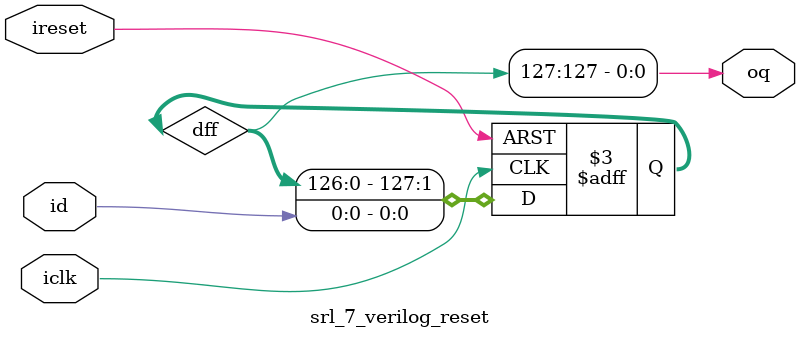
<source format=v>
`timescale 1ns / 1ps

module srl_7_verilog_reset(
    input id,
    input iclk,
	 input ireset,
    output oq
    );
    parameter SRL_LENGTH = 128;
    
	 (* altera_attribute = "-name AUTO_SHIFT_REGISTER_RECOGNITION ON" *)reg [SRL_LENGTH-1:0] dff;
    
	 integer i;
    
    always @(posedge iclk or posedge ireset) begin
    	if (ireset) begin
			dff <= {SRL_LENGTH{1'b1}};
		end else begin
			dff[0] <= id;
			for (i = 0; i < SRL_LENGTH-1; i = i+1) begin
				dff[i + 1] <= dff[i];
			end
		end
    end
    
    assign oq = dff[SRL_LENGTH-1];
    
endmodule

</source>
